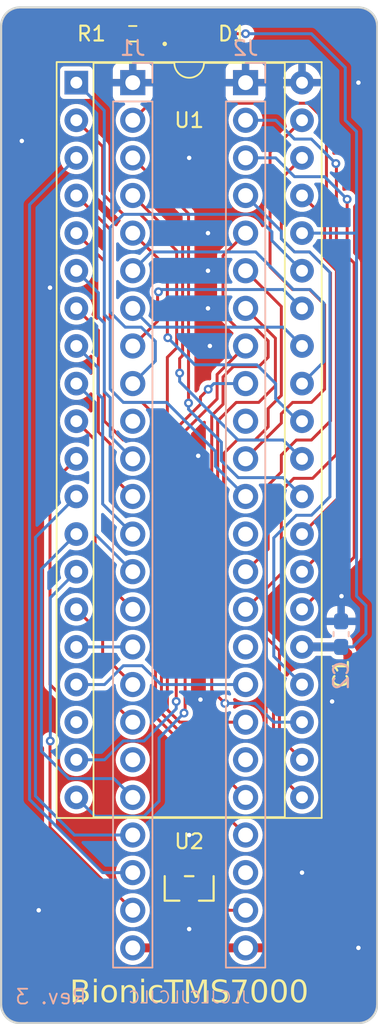
<source format=kicad_pcb>
(kicad_pcb (version 20240108) (generator "pcbnew") (generator_version "8.0")
  (title_block (title "BionicTMS7000") (date "2024-12-10") (rev "3") (company "Tadashi G. Takaoka"))
  (layers (0 "F.Cu" signal) (31 "B.Cu" signal) (34 "B.Paste" user) (35 "F.Paste" user) (36 "B.SilkS" user "B.Silkscreen") (37 "F.SilkS" user "F.Silkscreen") (38 "B.Mask" user) (39 "F.Mask" user) (44 "Edge.Cuts" user))
  (net 0 "")
  (net 1 "VCC")
  (net 2 "GND")
  (net 3 "Net-(D1-K)")
  (net 4 "/P10")
  (net 5 "/P11")
  (net 6 "/P12")
  (net 7 "/P13")
  (net 8 "/P14")
  (net 9 "/P15")
  (net 10 "/P16")
  (net 11 "/P17")
  (net 13 "/P30")
  (net 14 "/P31")
  (net 15 "/P32")
  (net 16 "/P33")
  (net 17 "/P34")
  (net 18 "/P35")
  (net 19 "/P36")
  (net 20 "/P37")
  (net 22 "/P50")
  (net 23 "/P51")
  (net 24 "/P52")
  (net 25 "/P53")
  (net 26 "Net-(J2-P57)")
  (net 28 "/P55")
  (net 29 "/P54")
  (net 31 "/P47")
  (net 32 "/P46")
  (net 34 "/P44")
  (net 35 "/P43")
  (net 37 "/P41")
  (net 38 "/P40")
  (net 40 "/P27")
  (net 41 "/P26")
  (net 42 "/P25")
  (net 43 "/P24")
  (net 44 "/P23")
  (net 45 "/P22")
  (net 46 "/P21")
  (net 47 "/P20")
  (footprint "Capacitor_SMD:C_0603_1608Metric_Pad1.08x0.95mm_HandSolder" (layer "F.Cu") (at 123.9616 112.3164 90)
    (property "Reference" "C1" (at -2.667 0 90) (layer "F.SilkS"))
    (property "Value" "0.1u")
    (fp_line (start -0.146267 -0.51) (end 0.146267 -0.51) (stroke (width 0.12)) (layer "F.SilkS"))
    (fp_line (start -0.146267 0.51) (end 0.146267 0.51) (stroke (width 0.12)) (layer "F.SilkS"))
    (pad "1" smd roundrect (at -0.8625 0 90) (size 1.075 0.95) (layers "F.Cu" "F.Paste" "F.Mask") (net 1 "VCC"))
    (pad "2" smd roundrect (at 0.8625 0 90) (size 1.075 0.95) (layers "F.Cu" "F.Paste" "F.Mask") (net 2 "GND"))
  )
  (footprint "0-LocalLibrary:DIP-40_W15.24mm_Socket" (layer "F.Cu") (at 106.08 75.08)
    (property "Reference" "U1" (at 7.62 2.54 0) (layer "F.SilkS"))
    (property "Value" "TMS7000")
    (fp_line (start -1.33 -1.39) (end -1.33 49.65) (stroke (width 0.12)) (layer "F.SilkS"))
    (fp_line (start -1.33 49.65) (end 16.57 49.65) (stroke (width 0.12)) (layer "F.SilkS"))
    (fp_line (start 1.16 -1.33) (end 1.16 49.59) (stroke (width 0.12)) (layer "F.SilkS"))
    (fp_line (start 1.16 49.59) (end 14.08 49.59) (stroke (width 0.12)) (layer "F.SilkS"))
    (fp_line (start 6.62 -1.33) (end 1.16 -1.33) (stroke (width 0.12)) (layer "F.SilkS"))
    (fp_line (start 14.08 -1.33) (end 8.62 -1.33) (stroke (width 0.12)) (layer "F.SilkS"))
    (fp_line (start 14.08 49.59) (end 14.08 -1.33) (stroke (width 0.12)) (layer "F.SilkS"))
    (fp_line (start 16.57 -1.39) (end -1.33 -1.39) (stroke (width 0.12)) (layer "F.SilkS"))
    (fp_line (start 16.57 49.65) (end 16.57 -1.39) (stroke (width 0.12)) (layer "F.SilkS"))
    (fp_arc (start 8.62 -1.33) (mid 7.62 -0.33) (end 6.62 -1.33) (stroke (width 0.12)) (layer "F.SilkS"))
    (pad "1" thru_hole rect (at 0 0) (size 1.6 1.6) (drill 0.8) (layers "*.Cu" "*.Mask") (net 37 "/P41"))
    (pad "2" thru_hole oval (at 0 2.54) (size 1.6 1.6) (drill 0.8) (layers "*.Cu" "*.Mask") (net 31 "/P47"))
    (pad "3" thru_hole oval (at 0 5.08) (size 1.6 1.6) (drill 0.8) (layers "*.Cu" "*.Mask") (net 24 "/P52"))
    (pad "4" thru_hole oval (at 0 7.62) (size 1.6 1.6) (drill 0.8) (layers "*.Cu" "*.Mask") (net 29 "/P54"))
    (pad "5" thru_hole oval (at 0 10.16) (size 1.6 1.6) (drill 0.8) (layers "*.Cu" "*.Mask") (net 28 "/P55"))
    (pad "6" thru_hole oval (at 0 12.7) (size 1.6 1.6) (drill 0.8) (layers "*.Cu" "*.Mask") (net 13 "/P30"))
    (pad "7" thru_hole oval (at 0 15.24) (size 1.6 1.6) (drill 0.8) (layers "*.Cu" "*.Mask") (net 14 "/P31"))
    (pad "8" thru_hole oval (at 0 17.78) (size 1.6 1.6) (drill 0.8) (layers "*.Cu" "*.Mask") (net 15 "/P32"))
    (pad "9" thru_hole oval (at 0 20.32) (size 1.6 1.6) (drill 0.8) (layers "*.Cu" "*.Mask") (net 16 "/P33"))
    (pad "10" thru_hole oval (at 0 22.86) (size 1.6 1.6) (drill 0.8) (layers "*.Cu" "*.Mask") (net 17 "/P34"))
    (pad "11" thru_hole oval (at 0 25.4) (size 1.6 1.6) (drill 0.8) (layers "*.Cu" "*.Mask") (net 20 "/P37"))
    (pad "12" thru_hole oval (at 0 27.94) (size 1.6 1.6) (drill 0.8) (layers "*.Cu" "*.Mask") (net 23 "/P51"))
    (pad "13" thru_hole oval (at 0 30.48) (size 1.6 1.6) (drill 0.8) (layers "*.Cu" "*.Mask") (net 22 "/P50"))
    (pad "14" thru_hole oval (at 0 33.02) (size 1.6 1.6) (drill 0.8) (layers "*.Cu" "*.Mask") (net 25 "/P53"))
    (pad "15" thru_hole oval (at 0 35.56) (size 1.6 1.6) (drill 0.8) (layers "*.Cu" "*.Mask") (net 19 "/P36"))
    (pad "16" thru_hole oval (at 0 38.1) (size 1.6 1.6) (drill 0.8) (layers "*.Cu" "*.Mask") (net 18 "/P35"))
    (pad "17" thru_hole oval (at 0 40.64) (size 1.6 1.6) (drill 0.8) (layers "*.Cu" "*.Mask") (net 32 "/P46"))
    (pad "18" thru_hole oval (at 0 43.18) (size 1.6 1.6) (drill 0.8) (layers "*.Cu" "*.Mask"))
    (pad "19" thru_hole oval (at 0 45.72) (size 1.6 1.6) (drill 0.8) (layers "*.Cu" "*.Mask") (net 40 "/P27"))
    (pad "20" thru_hole oval (at 0 48.26) (size 1.6 1.6) (drill 0.8) (layers "*.Cu" "*.Mask") (net 41 "/P26"))
    (pad "21" thru_hole oval (at 15.24 48.26) (size 1.6 1.6) (drill 0.8) (layers "*.Cu" "*.Mask") (net 42 "/P25"))
    (pad "22" thru_hole oval (at 15.24 45.72) (size 1.6 1.6) (drill 0.8) (layers "*.Cu" "*.Mask") (net 43 "/P24"))
    (pad "23" thru_hole oval (at 15.24 43.18) (size 1.6 1.6) (drill 0.8) (layers "*.Cu" "*.Mask") (net 44 "/P23"))
    (pad "24" thru_hole oval (at 15.24 40.64) (size 1.6 1.6) (drill 0.8) (layers "*.Cu" "*.Mask") (net 45 "/P22"))
    (pad "25" thru_hole oval (at 15.24 38.1) (size 1.6 1.6) (drill 0.8) (layers "*.Cu" "*.Mask") (net 1 "VCC"))
    (pad "26" thru_hole oval (at 15.24 35.56) (size 1.6 1.6) (drill 0.8) (layers "*.Cu" "*.Mask") (net 46 "/P21"))
    (pad "27" thru_hole oval (at 15.24 33.02) (size 1.6 1.6) (drill 0.8) (layers "*.Cu" "*.Mask") (net 47 "/P20"))
    (pad "28" thru_hole oval (at 15.24 30.48) (size 1.6 1.6) (drill 0.8) (layers "*.Cu" "*.Mask") (net 4 "/P10"))
    (pad "29" thru_hole oval (at 15.24 27.94) (size 1.6 1.6) (drill 0.8) (layers "*.Cu" "*.Mask") (net 5 "/P11"))
    (pad "30" thru_hole oval (at 15.24 25.4) (size 1.6 1.6) (drill 0.8) (layers "*.Cu" "*.Mask") (net 6 "/P12"))
    (pad "31" thru_hole oval (at 15.24 22.86) (size 1.6 1.6) (drill 0.8) (layers "*.Cu" "*.Mask") (net 7 "/P13"))
    (pad "32" thru_hole oval (at 15.24 20.32) (size 1.6 1.6) (drill 0.8) (layers "*.Cu" "*.Mask") (net 8 "/P14"))
    (pad "33" thru_hole oval (at 15.24 17.78) (size 1.6 1.6) (drill 0.8) (layers "*.Cu" "*.Mask") (net 9 "/P15"))
    (pad "34" thru_hole oval (at 15.24 15.24) (size 1.6 1.6) (drill 0.8) (layers "*.Cu" "*.Mask") (net 10 "/P16"))
    (pad "35" thru_hole oval (at 15.24 12.7) (size 1.6 1.6) (drill 0.8) (layers "*.Cu" "*.Mask") (net 11 "/P17"))
    (pad "36" thru_hole oval (at 15.24 10.16) (size 1.6 1.6) (drill 0.8) (layers "*.Cu" "*.Mask") (net 1 "VCC"))
    (pad "37" thru_hole oval (at 15.24 7.62) (size 1.6 1.6) (drill 0.8) (layers "*.Cu" "*.Mask") (net 34 "/P44"))
    (pad "38" thru_hole oval (at 15.24 5.08) (size 1.6 1.6) (drill 0.8) (layers "*.Cu" "*.Mask") (net 35 "/P43"))
    (pad "39" thru_hole oval (at 15.24 2.54) (size 1.6 1.6) (drill 0.8) (layers "*.Cu" "*.Mask") (net 38 "/P40"))
    (pad "40" thru_hole oval (at 15.24 0) (size 1.6 1.6) (drill 0.8) (layers "*.Cu" "*.Mask") (net 2 "GND"))
  )
  (footprint "0-LocalLibrary:LED_CSL1901UW1_ROM-M" (layer "F.Cu") (at 113.7 71.778)
    (property "Reference" "D1" (at 2.921 0 0) (layer "F.SilkS"))
    (property "Value" "CSL1901UW1")
    (fp_circle (center -1.651 0.6858) (end -1.5748 0.6858) (stroke (width 0.1524)) (fill none) (layer "F.SilkS"))
    (pad "1" smd rect (at -0.8763 0) (size 0.9652 0.762) (layers "F.Cu" "F.Paste" "F.Mask") (net 3 "Net-(D1-K)"))
    (pad "2" smd rect (at 0.8763 0) (size 0.9652 0.762) (layers "F.Cu" "F.Paste" "F.Mask") (net 1 "VCC"))
    (zone (net 0) (net_name "") (layer "F.Cu") (connect_pads (clearance 0)) (min_thickness 0.254)
      (keepout (tracks not_allowed) (vias not_allowed) (pads allowed) (copperpour not_allowed) (footprints allowed))
      (fill (thermal_gap 0.508) (thermal_bridge_width 0.508))
      (polygon (pts (xy 113.3571 71.4224) (xy 114.0429 71.4224) (xy 114.0429 72.1336) (xy 113.3571 72.1336)))
    )
  )
  (footprint "0-LocalLibrary:SOT-23_MC_MCH-M" (layer "F.Cu") (at 113.7 129.486 180)
    (property "Reference" "U2" (at 0 3.175 0) (layer "F.SilkS"))
    (property "Value" "11AA010-I/TT")
    (fp_line (start 1.652 0.827) (end 1.652 -0.827) (stroke (width 0.1524)) (layer "F.SilkS"))
    (fp_line (start 1.652 -0.827) (end 0.66294 -0.827) (stroke (width 0.1524)) (layer "F.SilkS"))
    (fp_line (start -0.287061 0.827) (end 0.287061 0.827) (stroke (width 0.1524)) (layer "F.SilkS"))
    (fp_line (start -0.66294 -0.827) (end -1.652 -0.827) (stroke (width 0.1524)) (layer "F.SilkS"))
    (fp_line (start -1.652 -0.827) (end -1.652 0.827) (stroke (width 0.1524)) (layer "F.SilkS"))
    (pad "1" smd rect (at -0.950001 1.066 180) (size 0.6604 1.6256) (layers "F.Cu" "F.Paste" "F.Mask") (net 26 "Net-(J2-P57)"))
    (pad "2" smd rect (at 0.950001 1.066 180) (size 0.6604 1.6256) (layers "F.Cu" "F.Paste" "F.Mask") (net 1 "VCC"))
    (pad "3" smd rect (at 0 -1.066 180) (size 0.6604 1.6256) (layers "F.Cu" "F.Paste" "F.Mask") (net 2 "GND"))
  )
  (footprint "Resistor_SMD:R_0603_1608Metric_Pad0.98x0.95mm_HandSolder" (layer "F.Cu") (at 109.89 71.778 180)
    (property "Reference" "R1" (at 2.794 0 0) (layer "F.SilkS"))
    (property "Value" "1.6k")
    (fp_line (start -0.254724 0.5225) (end 0.254724 0.5225) (stroke (width 0.12)) (layer "F.SilkS"))
    (fp_line (start -0.254724 -0.5225) (end 0.254724 -0.5225) (stroke (width 0.12)) (layer "F.SilkS"))
    (pad "1" smd roundrect (at -0.9125 0 180) (size 0.975 0.95) (layers "F.Cu" "F.Paste" "F.Mask") (net 3 "Net-(D1-K)"))
    (pad "2" smd roundrect (at 0.9125 0 180) (size 0.975 0.95) (layers "F.Cu" "F.Paste" "F.Mask") (net 2 "GND"))
  )
  (footprint "Capacitor_SMD:C_0603_1608Metric_Pad1.08x0.95mm_HandSolder" (layer "B.Cu") (at 123.9616 112.3164 90)
    (property "Reference" "C2" (at -2.794 0 90) (layer "B.SilkS") (effects (justify mirror)))
    (property "Value" "22u")
    (fp_line (start 0.146267 -0.51) (end -0.146267 -0.51) (stroke (width 0.12)) (layer "B.SilkS"))
    (fp_line (start 0.146267 0.51) (end -0.146267 0.51) (stroke (width 0.12)) (layer "B.SilkS"))
    (pad "1" smd roundrect (at -0.8625 0 90) (size 1.075 0.95) (layers "B.Cu" "B.Paste" "B.Mask") (net 1 "VCC"))
    (pad "2" smd roundrect (at 0.8625 0 90) (size 1.075 0.95) (layers "B.Cu" "B.Paste" "B.Mask") (net 2 "GND"))
  )
  (footprint "0-LocalLibrary:Bionic-P245_Vertical" (layer "B.Cu") (at 117.51 75.08 180)
    (property "Reference" "J2" (at 0 2.33 0) (layer "B.SilkS") (effects (justify mirror)))
    (property "Value" "Bionic-P245")
    (fp_line (start 1.33 -1.27) (end -1.33 -1.27) (stroke (width 0.12)) (layer "B.SilkS"))
    (fp_line (start 1.33 -59.75) (end 1.33 -1.27) (stroke (width 0.12)) (layer "B.SilkS"))
    (fp_line (start 1.33 -59.75) (end -1.33 -59.75) (stroke (width 0.12)) (layer "B.SilkS"))
    (fp_line (start 0 1.33) (end -1.33 1.33) (stroke (width 0.12)) (layer "B.SilkS"))
    (fp_line (start -1.33 1.33) (end -1.33 0) (stroke (width 0.12)) (layer "B.SilkS"))
    (fp_line (start -1.33 -59.75) (end -1.33 -1.27) (stroke (width 0.12)) (layer "B.SilkS"))
    (pad "25" thru_hole oval (at 0 -58.42 180) (size 1.7 1.7) (drill 1) (layers "*.Cu" "*.Mask") (net 1 "VCC"))
    (pad "26" thru_hole oval (at 0 -55.88 180) (size 1.7 1.7) (drill 1) (layers "*.Cu" "*.Mask") (net 26 "Net-(J2-P57)"))
    (pad "27" thru_hole oval (at 0 -53.34 180) (size 1.7 1.7) (drill 1) (layers "*.Cu" "*.Mask"))
    (pad "28" thru_hole oval (at 0 -50.8 180) (size 1.7 1.7) (drill 1) (layers "*.Cu" "*.Mask") (net 28 "/P55"))
    (pad "29" thru_hole oval (at 0 -48.26 180) (size 1.7 1.7) (drill 1) (layers "*.Cu" "*.Mask") (net 29 "/P54"))
    (pad "30" thru_hole oval (at 0 -45.72 180) (size 1.7 1.7) (drill 1) (layers "*.Cu" "*.Mask"))
    (pad "31" thru_hole oval (at 0 -43.18 180) (size 1.7 1.7) (drill 1) (layers "*.Cu" "*.Mask") (net 31 "/P47"))
    (pad "32" thru_hole oval (at 0 -40.64 180) (size 1.7 1.7) (drill 1) (layers "*.Cu" "*.Mask") (net 32 "/P46"))
    (pad "33" thru_hole oval (at 0 -38.1 180) (size 1.7 1.7) (drill 1) (layers "*.Cu" "*.Mask"))
    (pad "34" thru_hole oval (at 0 -35.56 180) (size 1.7 1.7) (drill 1) (layers "*.Cu" "*.Mask") (net 34 "/P44"))
    (pad "35" thru_hole oval (at 0 -33.02 180) (size 1.7 1.7) (drill 1) (layers "*.Cu" "*.Mask") (net 35 "/P43"))
    (pad "36" thru_hole oval (at 0 -30.48 180) (size 1.7 1.7) (drill 1) (layers "*.Cu" "*.Mask"))
    (pad "37" thru_hole oval (at 0 -27.94 180) (size 1.7 1.7) (drill 1) (layers "*.Cu" "*.Mask") (net 37 "/P41"))
    (pad "38" thru_hole oval (at 0 -25.4 180) (size 1.7 1.7) (drill 1) (layers "*.Cu" "*.Mask") (net 38 "/P40"))
    (pad "39" thru_hole oval (at 0 -22.86 180) (size 1.7 1.7) (drill 1) (layers "*.Cu" "*.Mask"))
    (pad "40" thru_hole oval (at 0 -20.32 180) (size 1.7 1.7) (drill 1) (layers "*.Cu" "*.Mask") (net 40 "/P27"))
    (pad "41" thru_hole oval (at 0 -17.78 180) (size 1.7 1.7) (drill 1) (layers "*.Cu" "*.Mask") (net 41 "/P26"))
    (pad "42" thru_hole oval (at 0 -15.24 180) (size 1.7 1.7) (drill 1) (layers "*.Cu" "*.Mask") (net 42 "/P25"))
    (pad "43" thru_hole oval (at 0 -12.7 180) (size 1.7 1.7) (drill 1) (layers "*.Cu" "*.Mask") (net 43 "/P24"))
    (pad "44" thru_hole oval (at 0 -10.16 180) (size 1.7 1.7) (drill 1) (layers "*.Cu" "*.Mask") (net 44 "/P23"))
    (pad "45" thru_hole oval (at 0 -7.62 180) (size 1.7 1.7) (drill 1) (layers "*.Cu" "*.Mask") (net 45 "/P22"))
    (pad "46" thru_hole oval (at 0 -5.08 180) (size 1.7 1.7) (drill 1) (layers "*.Cu" "*.Mask") (net 46 "/P21"))
    (pad "47" thru_hole oval (at 0 -2.54 180) (size 1.7 1.7) (drill 1) (layers "*.Cu" "*.Mask") (net 47 "/P20"))
    (pad "48" thru_hole rect (at 0 0 180) (size 1.7 1.7) (drill 1) (layers "*.Cu" "*.Mask") (net 2 "GND"))
  )
  (footprint "0-LocalLibrary:Bionic-P135_Vertical" (layer "B.Cu") (at 109.89 75.08 180)
    (property "Reference" "J1" (at 0 2.33 0) (layer "B.SilkS") (effects (justify mirror)))
    (property "Value" "Bionic-P135")
    (fp_line (start 1.33 -1.27) (end -1.33 -1.27) (stroke (width 0.12)) (layer "B.SilkS"))
    (fp_line (start 1.33 -59.75) (end 1.33 -1.27) (stroke (width 0.12)) (layer "B.SilkS"))
    (fp_line (start 1.33 -59.75) (end -1.33 -59.75) (stroke (width 0.12)) (layer "B.SilkS"))
    (fp_line (start 0 1.33) (end -1.33 1.33) (stroke (width 0.12)) (layer "B.SilkS"))
    (fp_line (start -1.33 1.33) (end -1.33 0) (stroke (width 0.12)) (layer "B.SilkS"))
    (fp_line (start -1.33 -59.75) (end -1.33 -1.27) (stroke (width 0.12)) (layer "B.SilkS"))
    (pad "1" thru_hole rect (at 0 0 180) (size 1.7 1.7) (drill 1) (layers "*.Cu" "*.Mask") (net 2 "GND"))
    (pad "2" thru_hole oval (at 0 -2.54 180) (size 1.7 1.7) (drill 1) (layers "*.Cu" "*.Mask") (net 4 "/P10"))
    (pad "3" thru_hole oval (at 0 -5.08 180) (size 1.7 1.7) (drill 1) (layers "*.Cu" "*.Mask") (net 5 "/P11"))
    (pad "4" thru_hole oval (at 0 -7.62 180) (size 1.7 1.7) (drill 1) (layers "*.Cu" "*.Mask") (net 6 "/P12"))
    (pad "5" thru_hole oval (at 0 -10.16 180) (size 1.7 1.7) (drill 1) (layers "*.Cu" "*.Mask") (net 7 "/P13"))
    (pad "6" thru_hole oval (at 0 -12.7 180) (size 1.7 1.7) (drill 1) (layers "*.Cu" "*.Mask") (net 8 "/P14"))
    (pad "7" thru_hole oval (at 0 -15.24 180) (size 1.7 1.7) (drill 1) (layers "*.Cu" "*.Mask") (net 9 "/P15"))
    (pad "8" thru_hole oval (at 0 -17.78 180) (size 1.7 1.7) (drill 1) (layers "*.Cu" "*.Mask") (net 10 "/P16"))
    (pad "9" thru_hole oval (at 0 -20.32 180) (size 1.7 1.7) (drill 1) (layers "*.Cu" "*.Mask") (net 11 "/P17"))
    (pad "10" thru_hole oval (at 0 -22.86 180) (size 1.7 1.7) (drill 1) (layers "*.Cu" "*.Mask"))
    (pad "11" thru_hole oval (at 0 -25.4 180) (size 1.7 1.7) (drill 1) (layers "*.Cu" "*.Mask") (net 13 "/P30"))
    (pad "12" thru_hole oval (at 0 -27.94 180) (size 1.7 1.7) (drill 1) (layers "*.Cu" "*.Mask") (net 14 "/P31"))
    (pad "13" thru_hole oval (at 0 -30.48 180) (size 1.7 1.7) (drill 1) (layers "*.Cu" "*.Mask") (net 15 "/P32"))
    (pad "14" thru_hole oval (at 0 -33.02 180) (size 1.7 1.7) (drill 1) (layers "*.Cu" "*.Mask") (net 16 "/P33"))
    (pad "15" thru_hole oval (at 0 -35.56 180) (size 1.7 1.7) (drill 1) (layers "*.Cu" "*.Mask") (net 17 "/P34"))
    (pad "16" thru_hole oval (at 0 -38.1 180) (size 1.7 1.7) (drill 1) (layers "*.Cu" "*.Mask") (net 18 "/P35"))
    (pad "17" thru_hole oval (at 0 -40.64 180) (size 1.7 1.7) (drill 1) (layers "*.Cu" "*.Mask") (net 19 "/P36"))
    (pad "18" thru_hole oval (at 0 -43.18 180) (size 1.7 1.7) (drill 1) (layers "*.Cu" "*.Mask") (net 20 "/P37"))
    (pad "19" thru_hole oval (at 0 -45.72 180) (size 1.7 1.7) (drill 1) (layers "*.Cu" "*.Mask"))
    (pad "20" thru_hole oval (at 0 -48.26 180) (size 1.7 1.7) (drill 1) (layers "*.Cu" "*.Mask") (net 22 "/P50"))
    (pad "21" thru_hole oval (at 0 -50.8 180) (size 1.7 1.7) (drill 1) (layers "*.Cu" "*.Mask") (net 23 "/P51"))
    (pad "22" thru_hole oval (at 0 -53.34 180) (size 1.7 1.7) (drill 1) (layers "*.Cu" "*.Mask") (net 24 "/P52"))
    (pad "23" thru_hole oval (at 0 -55.88 180) (size 1.7 1.7) (drill 1) (layers "*.Cu" "*.Mask") (net 25 "/P53"))
    (pad "24" thru_hole oval (at 0 -58.42 180) (size 1.7 1.7) (drill 1) (layers "*.Cu" "*.Mask") (net 1 "VCC"))
  )
  (gr_arc (start 125.13 70) (mid 126.028026 70.371974) (end 126.4 71.27) (stroke (width 0.15)) (layer "Edge.Cuts"))
  (gr_arc (start 102.27 138.58) (mid 101.371974 138.208026) (end 101 137.31) (stroke (width 0.15)) (layer "Edge.Cuts"))
  (gr_line (start 125.13 70) (end 102.27 70) (stroke (width 0.15)) (layer "Edge.Cuts"))
  (gr_arc (start 126.4 137.31) (mid 126.028026 138.208026) (end 125.13 138.58) (stroke (width 0.15)) (layer "Edge.Cuts"))
  (gr_arc (start 101 71.27) (mid 101.371974 70.371974) (end 102.27 70) (stroke (width 0.15)) (layer "Edge.Cuts"))
  (gr_line (start 102.27 138.58) (end 125.13 138.58) (stroke (width 0.15)) (layer "Edge.Cuts"))
  (gr_line (start 101 71.27) (end 101 137.31) (stroke (width 0.15)) (layer "Edge.Cuts"))
  (gr_line (start 126.4 137.31) (end 126.4 71.27) (stroke (width 0.15)) (layer "Edge.Cuts"))
  (gr_text "JLCJLCJLCJLC" (at 113.7 137.31 0) (layer "B.SilkS") (effects (font (size 0.8 0.8)) (justify bottom mirror)))
  (gr_text "Rev. 3" (at 106.842 136.802 0) (layer "B.SilkS") (effects (font (size 1 1)) (justify left mirror)))
  (gr_text "BionicTMS7000" (at 113.7 136.548 0) (layer "F.SilkS") (effects (font (size 1.5 1.5))))
  (segment (start 124.4188 129.7662) (end 120.685 133.5) (width 0.6) (layer "F.Cu") (net 1))
  (segment (start 117.51 71.778) (end 114.5763 71.778) (width 0.2) (layer "F.Cu") (net 1))
  (segment (start 112.749999 133.434001) (end 112.684 133.5) (width 0.2) (layer "F.Cu") (net 1))
  (segment (start 121.32 113.18) (end 123.9605 113.18) (width 0.6) (layer "F.Cu") (net 1))
  (segment (start 120.685 133.5) (end 117.51 133.5) (width 0.6) (layer "F.Cu") (net 1))
  (segment (start 109.89 133.5) (end 112.684 133.5) (width 0.6) (layer "F.Cu") (net 1))
  (segment (start 112.749999 128.42) (end 112.749999 133.434001) (width 0.2) (layer "F.Cu") (net 1))
  (segment (start 124.4188 113.6361) (end 124.4188 129.7662) (width 0.6) (layer "F.Cu") (net 1))
  (segment (start 112.684 133.5) (end 117.51 133.5) (width 0.6) (layer "F.Cu") (net 1))
  (segment (start 123.9616 113.1789) (end 124.4188 113.6361) (width 0.6) (layer "F.Cu") (net 1))
  (segment (start 123.7065 113.18) (end 123.86 113.0265) (width 0.2) (layer "F.Cu") (net 1))
  (segment (start 123.9605 113.18) (end 123.9616 113.1789) (width 0.8) (layer "F.Cu") (net 1))
  (via (at 117.51 71.778) (size 0.6) (drill 0.3) (layers "F.Cu" "B.Cu") (net 1))
  (segment (start 124.7501 113.1789) (end 123.9616 113.1789) (width 0.2) (layer "B.Cu") (net 1))
  (segment (start 125.003 85.24) (end 125.003 109.751) (width 0.2) (layer "B.Cu") (net 1))
  (segment (start 124.241 77.62) (end 124.241 74.064) (width 0.2) (layer "B.Cu") (net 1))
  (segment (start 125.003 85.24) (end 121.32 85.24) (width 0.2) (layer "B.Cu") (net 1))
  (segment (start 125.003 78.382) (end 124.241 77.62) (width 0.2) (layer "B.Cu") (net 1))
  (segment (start 124.241 74.064) (end 121.955 71.778) (width 0.2) (layer "B.Cu") (net 1))
  (segment (start 121.3211 113.1789) (end 121.32 113.18) (width 0.8) (layer "B.Cu") (net 1))
  (segment (start 125.003 85.24) (end 125.003 78.382) (width 0.2) (layer "B.Cu") (net 1))
  (segment (start 121.955 71.778) (end 117.51 71.778) (width 0.2) (layer "B.Cu") (net 1))
  (segment (start 125.638 112.291) (end 124.7501 113.1789) (width 0.2) (layer "B.Cu") (net 1))
  (segment (start 125.003 109.751) (end 125.638 110.386) (width 0.2) (layer "B.Cu") (net 1))
  (segment (start 123.9616 113.1789) (end 121.3211 113.1789) (width 0.6) (layer "B.Cu") (net 1))
  (segment (start 125.638 110.386) (end 125.638 112.291) (width 0.2) (layer "B.Cu") (net 1))
  (via (at 125.13 133.5) (size 0.6) (drill 0.3) (layers "F.Cu" "B.Cu") (net 2))
  (via (at 114.3096 100.2768) (size 0.6) (drill 0.3) (layers "F.Cu" "B.Cu") (net 2))
  (via (at 102.397 79.017) (size 0.6) (drill 0.3) (layers "F.Cu" "B.Cu") (net 2))
  (via (at 114.97 90.32) (size 0.6) (drill 0.3) (layers "F.Cu" "B.Cu") (net 2))
  (via (at 114.97 87.78) (size 0.6) (drill 0.3) (layers "F.Cu" "B.Cu") (net 2))
  (via (at 114.462 116.736) (size 0.6) (drill 0.3) (layers "F.Cu" "B.Cu") (net 2))
  (via (at 123.987 109.751) (size 0.6) (drill 0.3) (layers "F.Cu" "B.Cu") (net 2))
  (via (at 125.13 75.08) (size 0.6) (drill 0.3) (layers "F.Cu" "B.Cu") (net 2))
  (via (at 113.7 132.23) (size 0.6) (drill 0.3) (layers "F.Cu" "B.Cu") (net 2))
  (via (at 115.097 92.86) (size 0.6) (drill 0.3) (layers "F.Cu" "B.Cu") (net 2))
  (via (at 113.7 80.16) (size 0.6) (drill 0.3) (layers "F.Cu" "B.Cu") (net 2))
  (via (at 121.32 128.42) (size 0.6) (drill 0.3) (layers "F.Cu" "B.Cu") (net 2))
  (via (at 113.7 125.88) (size 0.6) (drill 0.3) (layers "F.Cu" "B.Cu") (net 2))
  (via (at 104.302 88.923) (size 0.6) (drill 0.3) (layers "F.Cu" "B.Cu") (net 2))
  (via (at 103.54 130.96) (size 0.6) (drill 0.3) (layers "F.Cu" "B.Cu") (net 2))
  (via (at 114.97 85.24) (size 0.6) (drill 0.3) (layers "F.Cu" "B.Cu") (net 2))
  (via (at 123.352 116.863) (size 0.6) (drill 0.3) (layers "F.Cu" "B.Cu") (net 2))
  (segment (start 112.8237 71.778) (end 110.8025 71.778) (width 0.2) (layer "F.Cu") (net 3))
  (segment (start 109.89 77.62) (end 111.04 76.47) (width 0.2) (layer "F.Cu") (net 4))
  (segment (start 124.044 87.59463) (end 124.044 102.836) (width 0.2) (layer "F.Cu") (net 4))
  (segment (start 122.971 83.785314) (end 123.244 84.058315) (width 0.2) (layer "F.Cu") (net 4))
  (segment (start 111.04 76.47) (end 121.725635 76.47) (width 0.2) (layer "F.Cu") (net 4))
  (segment (start 122.971 77.715365) (end 122.971 83.785314) (width 0.2) (layer "F.Cu") (net 4))
  (segment (start 124.044 102.836) (end 121.32 105.56) (width 0.2) (layer "F.Cu") (net 4))
  (segment (start 123.244 86.794628) (end 124.044 87.59463) (width 0.2) (layer "F.Cu") (net 4))
  (segment (start 121.725635 76.47) (end 122.971 77.715365) (width 0.2) (layer "F.Cu") (net 4))
  (segment (start 123.244 84.058315) (end 123.244 86.794628) (width 0.2) (layer "F.Cu") (net 4))
  (segment (start 113.656735 83.926735) (end 109.89 80.16) (width 0.2) (layer "F.Cu") (net 5))
  (segment (start 113.656735 96.713265) (end 113.656735 83.926735) (width 0.2) (layer "F.Cu") (net 5))
  (via (at 113.656735 96.713265) (size 0.6) (drill 0.3) (layers "F.Cu" "B.Cu") (net 5))
  (segment (start 113.656735 97.134735) (end 115.878 99.356) (width 0.2) (layer "B.Cu") (net 5))
  (segment (start 120.05 101.75) (end 121.32 103.02) (width 0.2) (layer "B.Cu") (net 5))
  (segment (start 115.878 100.613673) (end 117.014327 101.75) (width 0.2) (layer "B.Cu") (net 5))
  (segment (start 115.878 99.356) (end 115.878 100.613673) (width 0.2) (layer "B.Cu") (net 5))
  (segment (start 117.014327 101.75) (end 120.05 101.75) (width 0.2) (layer "B.Cu") (net 5))
  (segment (start 113.656735 96.713265) (end 113.656735 97.134735) (width 0.2) (layer "B.Cu") (net 5))
  (segment (start 113.056735 94.6888) (end 113.056735 93.706465) (width 0.2) (layer "F.Cu") (net 6))
  (segment (start 113.256735 93.506465) (end 113.256735 86.066735) (width 0.2) (layer "F.Cu") (net 6))
  (segment (start 113.056735 93.706465) (end 113.256735 93.506465) (width 0.2) (layer "F.Cu") (net 6))
  (segment (start 113.256735 86.066735) (end 109.89 82.7) (width 0.2) (layer "F.Cu") (net 6))
  (via (at 113.056735 94.6888) (size 0.6) (drill 0.3) (layers "F.Cu" "B.Cu") (net 6))
  (segment (start 117.002 99.21) (end 120.05 99.21) (width 0.2) (layer "B.Cu") (net 6))
  (segment (start 113.056735 94.6888) (end 113.056735 95.264735) (width 0.2) (layer "B.Cu") (net 6))
  (segment (start 113.056735 95.264735) (end 117.002 99.21) (width 0.2) (layer "B.Cu") (net 6))
  (segment (start 120.05 99.21) (end 121.32 100.48) (width 0.2) (layer "B.Cu") (net 6))
  (segment (start 112.2268 87.5768) (end 109.89 85.24) (width 0.2) (layer "F.Cu") (net 7))
  (segment (start 112.2268 92.271265) (end 112.2268 87.5768) (width 0.2) (layer "F.Cu") (net 7))
  (segment (start 112.256735 92.3012) (end 112.2268 92.271265) (width 0.2) (layer "F.Cu") (net 7))
  (via (at 112.256735 92.3012) (size 0.6) (drill 0.3) (layers "F.Cu" "B.Cu") (net 7))
  (segment (start 119.542 95.4) (end 119.542 96.416) (width 0.2) (layer "B.Cu") (net 7))
  (segment (start 118.272 94.13) (end 119.542 95.4) (width 0.2) (layer "B.Cu") (net 7))
  (segment (start 121.066 97.94) (end 121.32 97.94) (width 0.2) (layer "B.Cu") (net 7))
  (segment (start 119.542 96.416) (end 121.066 97.94) (width 0.2) (layer "B.Cu") (net 7))
  (segment (start 112.256735 92.3012) (end 114.085535 94.13) (width 0.2) (layer "B.Cu") (net 7))
  (segment (start 114.085535 94.13) (end 118.272 94.13) (width 0.2) (layer "B.Cu") (net 7))
  (segment (start 118.196173 86.51) (end 120.736173 89.05) (width 0.2) (layer "B.Cu") (net 8))
  (segment (start 111.16 86.51) (end 118.196173 86.51) (width 0.2) (layer "B.Cu") (net 8))
  (segment (start 122.806 93.914) (end 121.32 95.4) (width 0.2) (layer "B.Cu") (net 8))
  (segment (start 121.87045 89.05) (end 122.806 89.98555) (width 0.2) (layer "B.Cu") (net 8))
  (segment (start 122.806 89.98555) (end 122.806 93.914) (width 0.2) (layer "B.Cu") (net 8))
  (segment (start 109.89 87.78) (end 111.16 86.51) (width 0.2) (layer "B.Cu") (net 8))
  (segment (start 120.736173 89.05) (end 121.87045 89.05) (width 0.2) (layer "B.Cu") (net 8))
  (segment (start 109.89 90.32) (end 109.89 90.3595) (width 0.2) (layer "B.Cu") (net 9))
  (segment (start 109.89 90.3595) (end 111.1205 91.59) (width 0.2) (layer "B.Cu") (net 9))
  (segment (start 120.05 91.59) (end 121.32 92.86) (width 0.2) (layer "B.Cu") (net 9))
  (segment (start 111.1205 91.59) (end 120.05 91.59) (width 0.2) (layer "B.Cu") (net 9))
  (segment (start 111.5664 89.2628) (end 111.5664 91.1836) (width 0.2) (layer "F.Cu") (net 10))
  (segment (start 111.6268 89.2024) (end 111.5664 89.2628) (width 0.2) (layer "F.Cu") (net 10))
  (segment (start 111.5664 91.1836) (end 109.89 92.86) (width 0.2) (layer "F.Cu") (net 10))
  (via (at 111.6268 89.2024) (size 0.6) (drill 0.3) (layers "F.Cu" "B.Cu") (net 10))
  (segment (start 111.7792 89.05) (end 120.05 89.05) (width 0.2) (layer "B.Cu") (net 10))
  (segment (start 120.05 89.05) (end 121.32 90.32) (width 0.2) (layer "B.Cu") (net 10))
  (segment (start 111.6268 89.2024) (end 111.7792 89.05) (width 0.2) (layer "B.Cu") (net 10))
  (segment (start 108.366 90.574) (end 109.382 91.59) (width 0.2) (layer "B.Cu") (net 11))
  (segment (start 119.288 85.16075) (end 118.09725 83.97) (width 0.2) (layer "B.Cu") (net 11))
  (segment (start 109.382 91.59) (end 110.4615 91.59) (width 0.2) (layer "B.Cu") (net 11))
  (segment (start 108.366 84.859) (end 108.366 90.574) (width 0.2) (layer "B.Cu") (net 11))
  (segment (start 121.32 87.78) (end 119.288 85.748) (width 0.2) (layer "B.Cu") (net 11))
  (segment (start 111.414 92.5425) (end 111.414 93.876) (width 0.2) (layer "B.Cu") (net 11))
  (segment (start 118.09725 83.97) (end 109.255 83.97) (width 0.2) (layer "B.Cu") (net 11))
  (segment (start 119.288 85.748) (end 119.288 85.16075) (width 0.2) (layer "B.Cu") (net 11))
  (segment (start 110.4615 91.59) (end 111.414 92.5425) (width 0.2) (layer "B.Cu") (net 11))
  (segment (start 109.255 83.97) (end 108.366 84.859) (width 0.2) (layer "B.Cu") (net 11))
  (segment (start 111.414 93.876) (end 109.89 95.4) (width 0.2) (layer "B.Cu") (net 11))
  (segment (start 107.566 90.905372) (end 107.966 91.305372) (width 0.2) (layer "B.Cu") (net 13))
  (segment (start 108.366 96.346686) (end 108.366 98.956) (width 0.2) (layer "B.Cu") (net 13))
  (segment (start 107.966 91.305372) (end 107.966 95.946686) (width 0.2) (layer "B.Cu") (net 13))
  (segment (start 106.08 87.78) (end 107.566 89.266) (width 0.2) (layer "B.Cu") (net 13))
  (segment (start 107.566 89.266) (end 107.566 90.905372) (width 0.2) (layer "B.Cu") (net 13))
  (segment (start 108.366 98.956) (end 109.89 100.48) (width 0.2) (layer "B.Cu") (net 13))
  (segment (start 107.966 95.946686) (end 108.366 96.346686) (width 0.2) (layer "B.Cu") (net 13))
  (segment (start 107.566 91.806) (end 107.566 98.664) (width 0.2) (layer "F.Cu") (net 14))
  (segment (start 108.366 99.464) (end 108.366 101.496) (width 0.2) (layer "F.Cu") (net 14))
  (segment (start 107.566 98.664) (end 108.366 99.464) (width 0.2) (layer "F.Cu") (net 14))
  (segment (start 106.08 90.32) (end 107.566 91.806) (width 0.2) (layer "F.Cu") (net 14))
  (segment (start 108.366 101.496) (end 109.89 103.02) (width 0.2) (layer "F.Cu") (net 14))
  (segment (start 107.858 96.404372) (end 107.858 103.528) (width 0.2) (layer "B.Cu") (net 15))
  (segment (start 107.5405 96.086872) (end 107.858 96.404372) (width 0.2) (layer "B.Cu") (net 15))
  (segment (start 107.5405 94.3205) (end 107.5405 96.086872) (width 0.2) (layer "B.Cu") (net 15))
  (segment (start 106.08 92.86) (end 107.5405 94.3205) (width 0.2) (layer "B.Cu") (net 15))
  (segment (start 107.858 103.528) (end 109.89 105.56) (width 0.2) (layer "B.Cu") (net 15))
  (segment (start 107.35 105.56) (end 109.89 108.1) (width 0.2) (layer "B.Cu") (net 16))
  (segment (start 107.35 96.67) (end 107.35 105.56) (width 0.2) (layer "B.Cu") (net 16))
  (segment (start 106.08 95.4) (end 107.35 96.67) (width 0.2) (layer "B.Cu") (net 16))
  (segment (start 107.35 108.1) (end 109.89 110.64) (width 0.2) (layer "F.Cu") (net 17))
  (segment (start 107.35 99.21) (end 107.35 108.1) (width 0.2) (layer "F.Cu") (net 17))
  (segment (start 106.08 97.94) (end 107.35 99.21) (width 0.2) (layer "F.Cu") (net 17))
  (segment (start 109.89 113.18) (end 106.08 113.18) (width 0.2) (layer "B.Cu") (net 18))
  (segment (start 106.08 110.64) (end 107.858 112.418) (width 0.2) (layer "F.Cu") (net 19))
  (segment (start 107.858 112.418) (end 107.858 113.688) (width 0.2) (layer "F.Cu") (net 19))
  (segment (start 107.858 113.688) (end 109.89 115.72) (width 0.2) (layer "F.Cu") (net 19))
  (segment (start 105.572 116.99) (end 104.302 115.72) (width 0.2) (layer "F.Cu") (net 20))
  (segment (start 104.302 102.258) (end 106.08 100.48) (width 0.2) (layer "F.Cu") (net 20))
  (segment (start 104.302 115.72) (end 104.302 102.258) (width 0.2) (layer "F.Cu") (net 20))
  (segment (start 109.89 118.26) (end 108.62 116.99) (width 0.2) (layer "F.Cu") (net 20))
  (segment (start 108.62 116.99) (end 105.572 116.99) (width 0.2) (layer "F.Cu") (net 20))
  (segment (start 103.721 120.219) (end 105.572 122.07) (width 0.2) (layer "B.Cu") (net 22))
  (segment (start 106.08 105.56) (end 103.721 107.919) (width 0.2) (layer "B.Cu") (net 22))
  (segment (start 108.62 122.07) (end 109.89 123.34) (width 0.2) (layer "B.Cu") (net 22))
  (segment (start 105.572 122.07) (end 108.62 122.07) (width 0.2) (layer "B.Cu") (net 22))
  (segment (start 103.721 107.919) (end 103.721 120.219) (width 0.2) (layer "B.Cu") (net 22))
  (segment (start 109.89 125.88) (end 105.953 125.88) (width 0.2) (layer "B.Cu") (net 23))
  (segment (start 103.321 123.248) (end 103.321 105.779) (width 0.2) (layer "B.Cu") (net 23))
  (segment (start 103.321 105.779) (end 106.08 103.02) (width 0.2) (layer "B.Cu") (net 23))
  (segment (start 105.953 125.88) (end 103.321 123.248) (width 0.2) (layer "B.Cu") (net 23))
  (segment (start 107.858 128.42) (end 102.921 123.483) (width 0.2) (layer "B.Cu") (net 24))
  (segment (start 109.89 128.42) (end 107.858 128.42) (width 0.2) (layer "B.Cu") (net 24))
  (segment (start 102.921 123.483) (end 102.921 83.319) (width 0.2) (layer "B.Cu") (net 24))
  (segment (start 102.921 83.319) (end 106.08 80.16) (width 0.2) (layer "B.Cu") (net 24))
  (segment (start 104.302 119.549) (end 104.302 125.372) (width 0.2) (layer "F.Cu") (net 25))
  (segment (start 104.302 125.372) (end 109.89 130.96) (width 0.2) (layer "F.Cu") (net 25))
  (segment (start 104.321 119.53) (end 104.302 119.549) (width 0.2) (layer "F.Cu") (net 25))
  (via (at 104.321 119.53) (size 0.6) (drill 0.3) (layers "F.Cu" "B.Cu") (net 25))
  (segment (start 104.321 109.859) (end 106.08 108.1) (width 0.2) (layer "B.Cu") (net 25))
  (segment (start 104.321 119.53) (end 104.321 109.859) (width 0.2) (layer "B.Cu") (net 25))
  (segment (start 116.367 130.96) (end 117.51 130.96) (width 0.2) (layer "F.Cu") (net 26))
  (segment (start 114.650001 129.243001) (end 116.367 130.96) (width 0.2) (layer "F.Cu") (net 26))
  (segment (start 114.650001 128.42) (end 114.650001 129.243001) (width 0.2) (layer "F.Cu") (net 26))
  (segment (start 110.579 99.21) (end 111.4255 100.0565) (width 0.2) (layer "F.Cu") (net 28))
  (segment (start 107.966 97.921) (end 109.255 99.21) (width 0.2) (layer "F.Cu") (net 28))
  (segment (start 106.08 85.24) (end 107.966 87.126) (width 0.2) (layer "F.Cu") (net 28))
  (segment (start 111.4255 100.0565) (end 111.4255 117.8905) (width 0.2) (layer "F.Cu") (net 28))
  (segment (start 109.255 99.21) (end 110.579 99.21) (width 0.2) (layer "F.Cu") (net 28))
  (segment (start 111.4255 117.8905) (end 115.986 122.451) (width 0.2) (layer "F.Cu") (net 28))
  (segment (start 115.986 124.356) (end 117.51 125.88) (width 0.2) (layer "F.Cu") (net 28))
  (segment (start 107.966 87.126) (end 107.966 97.921) (width 0.2) (layer "F.Cu") (net 28))
  (segment (start 115.986 122.451) (end 115.986 124.356) (width 0.2) (layer "F.Cu") (net 28))
  (segment (start 106.08 82.7) (end 108.366 84.986) (width 0.2) (layer "F.Cu") (net 29))
  (segment (start 108.366 84.986) (end 108.366 95.781) (width 0.2) (layer "F.Cu") (net 29))
  (segment (start 108.366 95.781) (end 109.255 96.67) (width 0.2) (layer "F.Cu") (net 29))
  (segment (start 111.8255 97.9705) (end 111.8255 117.6555) (width 0.2) (layer "F.Cu") (net 29))
  (segment (start 109.255 96.67) (end 110.525 96.67) (width 0.2) (layer "F.Cu") (net 29))
  (segment (start 111.8255 117.6555) (end 117.51 123.34) (width 0.2) (layer "F.Cu") (net 29))
  (segment (start 110.525 96.67) (end 111.8255 97.9705) (width 0.2) (layer "F.Cu") (net 29))
  (segment (start 107.858 82.573) (end 109.255 83.97) (width 0.2) (layer "F.Cu") (net 31))
  (segment (start 109.255 83.97) (end 110.398 83.97) (width 0.2) (layer "F.Cu") (net 31))
  (segment (start 106.08 77.62) (end 107.858 79.398) (width 0.2) (layer "F.Cu") (net 31))
  (segment (start 112.2255 93.6233) (end 112.2255 117.4205) (width 0.2) (layer "F.Cu") (net 31))
  (segment (start 107.858 79.398) (end 107.858 82.573) (width 0.2) (layer "F.Cu") (net 31))
  (segment (start 112.2255 117.4205) (end 113.065 118.26) (width 0.2) (layer "F.Cu") (net 31))
  (segment (start 113.065 118.26) (end 117.51 118.26) (width 0.2) (layer "F.Cu") (net 31))
  (segment (start 112.856735 86.428735) (end 112.856735 92.992065) (width 0.2) (layer "F.Cu") (net 31))
  (segment (start 112.856735 92.992065) (end 112.2255 93.6233) (width 0.2) (layer "F.Cu") (net 31))
  (segment (start 110.398 83.97) (end 112.856735 86.428735) (width 0.2) (layer "F.Cu") (net 31))
  (segment (start 106.08 115.72) (end 107.985 115.72) (width 0.2) (layer "B.Cu") (net 32))
  (segment (start 109.255 114.45) (end 110.525 114.45) (width 0.2) (layer "B.Cu") (net 32))
  (segment (start 110.525 114.45) (end 111.795 115.72) (width 0.2) (layer "B.Cu") (net 32))
  (segment (start 111.795 115.72) (end 117.51 115.72) (width 0.2) (layer "B.Cu") (net 32))
  (segment (start 107.985 115.72) (end 109.255 114.45) (width 0.2) (layer "B.Cu") (net 32))
  (segment (start 122.844 86.960314) (end 123.644 87.760315) (width 0.2) (layer "F.Cu") (net 34))
  (segment (start 122.034365 101.797635) (end 120.764365 101.797635) (width 0.2) (layer "F.Cu") (net 34))
  (segment (start 123.644 87.760315) (end 123.644 100.188) (width 0.2) (layer "F.Cu") (net 34))
  (segment (start 120.764365 101.797635) (end 119.923 102.639) (width 0.2) (layer "F.Cu") (net 34))
  (segment (start 123.644 100.188) (end 122.034365 101.797635) (width 0.2) (layer "F.Cu") (net 34))
  (segment (start 121.32 82.7) (end 122.844 84.224) (width 0.2) (layer "F.Cu") (net 34))
  (segment (start 119.923 108.227) (end 117.51 110.64) (width 0.2) (layer "F.Cu") (net 34))
  (segment (start 122.844 84.224) (end 122.844 86.960314) (width 0.2) (layer "F.Cu") (net 34))
  (segment (start 119.923 102.639) (end 119.923 108.227) (width 0.2) (layer "F.Cu") (net 34))
  (segment (start 123.244 87.926) (end 121.828 86.51) (width 0.2) (layer "F.Cu") (net 35))
  (segment (start 119.923 85.621) (end 119.923 81.557) (width 0.2) (layer "F.Cu") (net 35))
  (segment (start 121.828 86.51) (end 120.812 86.51) (width 0.2) (layer "F.Cu") (net 35))
  (segment (start 117.51 108.1) (end 119.034 106.576) (width 0.2) (layer "F.Cu") (net 35))
  (segment (start 121.955 99.21) (end 123.244 97.921) (width 0.2) (layer "F.Cu") (net 35))
  (segment (start 120.812 86.51) (end 119.923 85.621) (width 0.2) (layer "F.Cu") (net 35))
  (segment (start 123.244 97.921) (end 123.244 87.926) (width 0.2) (layer "F.Cu") (net 35))
  (segment (start 119.923 101.369) (end 119.923 100.226) (width 0.2) (layer "F.Cu") (net 35))
  (segment (start 119.034 106.576) (end 119.034 102.258) (width 0.2) (layer "F.Cu") (net 35))
  (segment (start 119.034 102.258) (end 119.923 101.369) (width 0.2) (layer "F.Cu") (net 35))
  (segment (start 119.923 100.226) (end 120.939 99.21) (width 0.2) (layer "F.Cu") (net 35))
  (segment (start 119.923 81.557) (end 121.32 80.16) (width 0.2) (layer "F.Cu") (net 35))
  (segment (start 120.939 99.21) (end 121.955 99.21) (width 0.2) (layer "F.Cu") (net 35))
  (segment (start 106.08 75.08) (end 107.966 76.966) (width 0.2) (layer "B.Cu") (net 37))
  (segment (start 109.255 96.67) (end 112.176 96.67) (width 0.2) (layer "B.Cu") (net 37))
  (segment (start 115.478 100.988) (end 117.51 103.02) (width 0.2) (layer "B.Cu") (net 37))
  (segment (start 108.366 91.139686) (end 108.366 95.781) (width 0.2) (layer "B.Cu") (net 37))
  (segment (start 115.478 99.972) (end 115.478 100.988) (width 0.2) (layer "B.Cu") (net 37))
  (segment (start 108.366 95.781) (end 109.255 96.67) (width 0.2) (layer "B.Cu") (net 37))
  (segment (start 112.176 96.67) (end 115.478 99.972) (width 0.2) (layer "B.Cu") (net 37))
  (segment (start 107.966 76.966) (end 107.966 90.739686) (width 0.2) (layer "B.Cu") (net 37))
  (segment (start 107.966 90.739686) (end 108.366 91.139686) (width 0.2) (layer "B.Cu") (net 37))
  (segment (start 120.685 89.05) (end 121.828 89.05) (width 0.2) (layer "F.Cu") (net 38))
  (segment (start 119.923 97.432) (end 119.923 98.067) (width 0.2) (layer "F.Cu") (net 38))
  (segment (start 121.955 96.67) (end 120.685 96.67) (width 0.2) (layer "F.Cu") (net 38))
  (segment (start 122.844 95.781) (end 121.955 96.67) (width 0.2) (layer "F.Cu") (net 38))
  (segment (start 120.685 96.67) (end 119.923 97.432) (width 0.2) (layer "F.Cu") (net 38))
  (segment (start 119.161 79.779) (end 119.161 87.526) (width 0.2) (layer "F.Cu") (net 38))
  (segment (start 121.32 77.62) (end 119.161 79.779) (width 0.2) (layer "F.Cu") (net 38))
  (segment (start 119.161 87.526) (end 120.685 89.05) (width 0.2) (layer "F.Cu") (net 38))
  (segment (start 119.923 98.067) (end 117.51 100.48) (width 0.2) (layer "F.Cu") (net 38))
  (segment (start 121.828 89.05) (end 122.844 90.066) (width 0.2) (layer "F.Cu") (net 38))
  (segment (start 122.844 90.066) (end 122.844 95.781) (width 0.2) (layer "F.Cu") (net 38))
  (segment (start 114.462 96.797) (end 112.8255 98.4335) (width 0.2) (layer "F.Cu") (net 40))
  (segment (start 114.462 96.305) (end 114.462 96.797) (width 0.2) (layer "F.Cu") (net 40))
  (segment (start 112.8255 98.4335) (end 112.8255 116.863) (width 0.2) (layer "F.Cu") (net 40))
  (segment (start 114.986 95.781) (end 114.462 96.305) (width 0.2) (layer "F.Cu") (net 40))
  (via (at 112.8255 116.863) (size 0.6) (drill 0.3) (layers "F.Cu" "B.Cu") (net 40))
  (via (at 114.986 95.781) (size 0.6) (drill 0.3) (layers "F.Cu" "B.Cu") (net 40))
  (segment (start 115.367 95.4) (end 117.51 95.4) (width 0.2) (layer "B.Cu") (net 40))
  (segment (start 114.986 95.781) (end 115.367 95.4) (width 0.2) (layer "B.Cu") (net 40))
  (segment (start 112.8255 116.863) (end 112.8255 117.3565) (width 0.2) (layer "B.Cu") (net 40))
  (segment (start 112.8255 117.3565) (end 110.652 119.53) (width 0.2) (layer "B.Cu") (net 40))
  (segment (start 107.985 120.8) (end 106.08 120.8) (width 0.2) (layer "B.Cu") (net 40))
  (segment (start 110.652 119.53) (end 109.255 119.53) (width 0.2) (layer "B.Cu") (net 40))
  (segment (start 109.255 119.53) (end 107.985 120.8) (width 0.2) (layer "B.Cu") (net 40))
  (segment (start 113.4255 117.570294) (end 113.352544 117.64325) (width 0.2) (layer "F.Cu") (net 41))
  (segment (start 115.586 96.435) (end 113.4255 98.5955) (width 0.2) (layer "F.Cu") (net 41))
  (segment (start 117.51 92.86) (end 115.586 94.784) (width 0.2) (layer "F.Cu") (net 41))
  (segment (start 115.586 94.784) (end 115.586 96.435) (width 0.2) (layer "F.Cu") (net 41))
  (segment (start 113.4255 98.5955) (end 113.4255 117.570294) (width 0.2) (layer "F.Cu") (net 41))
  (via (at 113.352544 117.64325) (size 0.6) (drill 0.3) (layers "F.Cu" "B.Cu") (net 41))
  (segment (start 110.652 124.61) (end 107.35 124.61) (width 0.2) (layer "B.Cu") (net 41))
  (segment (start 111.668 119.327794) (end 111.668 123.594) (width 0.2) (layer "B.Cu") (net 41))
  (segment (start 107.35 124.61) (end 106.08 123.34) (width 0.2) (layer "B.Cu") (net 41))
  (segment (start 111.668 123.594) (end 110.652 124.61) (width 0.2) (layer "B.Cu") (net 41))
  (segment (start 113.352544 117.64325) (end 111.668 119.327794) (width 0.2) (layer "B.Cu") (net 41))
  (segment (start 119.396 121.416) (end 121.32 123.34) (width 0.2) (layer "F.Cu") (net 42))
  (segment (start 115.624 97.921) (end 115.624 113.2657) (width 0.2) (layer "F.Cu") (net 42))
  (segment (start 119.523 95.546) (end 118.399 96.67) (width 0.2) (layer "F.Cu") (net 42))
  (segment (start 117.51 90.32) (end 119.523 92.333) (width 0.2) (layer "F.Cu") (net 42))
  (segment (start 119.523 92.333) (end 119.523 95.546) (width 0.2) (layer "F.Cu") (net 42))
  (segment (start 115.624 113.2657) (end 116.8083 114.45) (width 0.2) (layer "F.Cu") (net 42))
  (segment (start 118.22365 114.45) (end 119.396 115.62235) (width 0.2) (layer "F.Cu") (net 42))
  (segment (start 116.8083 114.45) (end 118.22365 114.45) (width 0.2) (layer "F.Cu") (net 42))
  (segment (start 118.399 96.67) (end 116.875 96.67) (width 0.2) (layer "F.Cu") (net 42))
  (segment (start 116.875 96.67) (end 115.624 97.921) (width 0.2) (layer "F.Cu") (net 42))
  (segment (start 119.396 115.62235) (end 119.396 121.416) (width 0.2) (layer "F.Cu") (net 42))
  (segment (start 119.923 90.193) (end 119.923 96.196657) (width 0.2) (layer "F.Cu") (net 43))
  (segment (start 119.034 97.085657) (end 119.034 98.321) (width 0.2) (layer "F.Cu") (net 43))
  (segment (start 116.9385 99.21) (end 116.024 100.1245) (width 0.2) (layer "F.Cu") (net 43))
  (segment (start 119.923 96.196657) (end 119.034 97.085657) (width 0.2) (layer "F.Cu") (net 43))
  (segment (start 118.145 99.21) (end 116.9385 99.21) (width 0.2) (layer "F.Cu") (net 43))
  (segment (start 116.024 100.1245) (end 116.024 111.186) (width 0.2) (layer "F.Cu") (net 43))
  (segment (start 119.796 113.434) (end 119.796 119.276) (width 0.2) (layer "F.Cu") (net 43))
  (segment (start 119.796 119.276) (end 121.32 120.8) (width 0.2) (layer "F.Cu") (net 43))
  (segment (start 117.51 87.78) (end 119.923 90.193) (width 0.2) (layer "F.Cu") (net 43))
  (segment (start 116.024 111.186) (end 116.748 111.91) (width 0.2) (layer "F.Cu") (net 43))
  (segment (start 116.748 111.91) (end 118.272 111.91) (width 0.2) (layer "F.Cu") (net 43))
  (segment (start 118.272 111.91) (end 119.796 113.434) (width 0.2) (layer "F.Cu") (net 43))
  (segment (start 119.034 98.321) (end 118.145 99.21) (width 0.2) (layer "F.Cu") (net 43))
  (segment (start 115.224 97.559) (end 115.224 116.101) (width 0.2) (layer "F.Cu") (net 44))
  (segment (start 118.107 91.59) (end 119.034 92.517) (width 0.2) (layer "F.Cu") (net 44))
  (segment (start 115.224 116.101) (end 116.113 116.99) (width 0.2) (layer "F.Cu") (net 44))
  (segment (start 116.685686 94.25) (end 115.986 94.949686) (width 0.2) (layer "F.Cu") (net 44))
  (segment (start 115.986 94.949686) (end 115.986 96.797) (width 0.2) (layer "F.Cu") (net 44))
  (segment (start 119.034 92.517) (end 119.034 93.622) (width 0.2) (layer "F.Cu") (net 44))
  (segment (start 119.034 93.622) (end 118.406 94.25) (width 0.2) (layer "F.Cu") (net 44))
  (segment (start 115.986 90.701) (end 116.875 91.59) (width 0.2) (layer "F.Cu") (net 44))
  (segment (start 115.986 96.797) (end 115.224 97.559) (width 0.2) (layer "F.Cu") (net 44))
  (segment (start 118.406 94.25) (end 116.685686 94.25) (width 0.2) (layer "F.Cu") (net 44))
  (segment (start 115.986 86.764) (end 115.986 90.701) (width 0.2) (layer "F.Cu") (net 44))
  (segment (start 117.51 85.24) (end 115.986 86.764) (width 0.2) (layer "F.Cu") (net 44))
  (segment (start 116.875 91.59) (end 118.107 91.59) (width 0.2) (layer "F.Cu") (net 44))
  (via (at 116.113 116.99) (size 0.6) (drill 0.3) (layers "F.Cu" "B.Cu") (net 44))
  (segment (start 119.415 118.26) (end 121.32 118.26) (width 0.2) (layer "B.Cu") (net 44))
  (segment (start 118.145 116.99) (end 119.415 118.26) (width 0.2) (layer "B.Cu") (net 44))
  (segment (start 116.113 116.99) (end 118.145 116.99) (width 0.2) (layer "B.Cu") (net 44))
  (segment (start 121.32 115.72) (end 119.415 113.815) (width 0.2) (layer "B.Cu") (net 45))
  (segment (start 121.955 104.29) (end 123.206 103.039) (width 0.2) (layer "B.Cu") (net 45))
  (segment (start 119.923 85.621) (end 119.923 85.113) (width 0.2) (layer "B.Cu") (net 45))
  (segment (start 119.415 113.815) (end 119.415 105.814) (width 0.2) (layer "B.Cu") (net 45))
  (segment (start 123.206 87.888) (end 121.828 86.51) (width 0.2) (layer "B.Cu") (net 45))
  (segment (start 121.828 86.51) (end 120.812 86.51) (width 0.2) (layer "B.Cu") (net 45))
  (segment (start 120.939 104.29) (end 121.955 104.29) (width 0.2) (layer "B.Cu") (net 45))
  (segment (start 119.415 105.814) (end 120.939 104.29) (width 0.2) (layer "B.Cu") (net 45))
  (segment (start 120.812 86.51) (end 119.923 85.621) (width 0.2) (layer "B.Cu") (net 45))
  (segment (start 119.923 85.113) (end 117.51 82.7) (width 0.2) (layer "B.Cu") (net 45))
  (segment (start 123.206 103.039) (end 123.206 87.888) (width 0.2) (layer "B.Cu") (net 45))
  (segment (start 124.368 82.954) (end 124.368 86.787259) (width 0.2) (layer "F.Cu") (net 46))
  (segment (start 124.844 107.116) (end 121.32 110.64) (width 0.2) (layer "F.Cu") (net 46))
  (segment (start 124.844 87.26326) (end 124.844 107.116) (width 0.2) (layer "F.Cu") (net 46))
  (segment (start 124.368 86.787259) (end 124.844 87.26326) (width 0.2) (layer "F.Cu") (net 46))
  (via (at 124.368 82.954) (size 0.6) (drill 0.3) (layers "F.Cu" "B.Cu") (net 46))
  (segment (start 120.812 81.43) (end 119.542 80.16) (width 0.2) (layer "B.Cu") (net 46))
  (segment (start 119.542 80.16) (end 117.51 80.16) (width 0.2) (layer "B.Cu") (net 46))
  (segment (start 122.844 81.43) (end 120.812 81.43) (width 0.2) (layer "B.Cu") (net 46))
  (segment (start 124.368 82.954) (end 122.844 81.43) (width 0.2) (layer "B.Cu") (net 46))
  (segment (start 123.644 86.628943) (end 124.444 87.428945) (width 0.2) (layer "F.Cu") (net 47))
  (segment (start 124.444 104.976) (end 121.32 108.1) (width 0.2) (layer "F.Cu") (net 47))
  (segment (start 124.444 87.428945) (end 124.444 104.976) (width 0.2) (layer "F.Cu") (net 47))
  (segment (start 123.606 80.541) (end 123.644 80.579) (width 0.2) (layer "F.Cu") (net 47))
  (segment (start 123.644 80.579) (end 123.644 86.628943) (width 0.2) (layer "F.Cu") (net 47))
  (via (at 123.606 80.541) (size 0.6) (drill 0.3) (layers "F.Cu" "B.Cu") (net 47))
  (segment (start 120.812 78.89) (end 121.955 78.89) (width 0.2) (layer "B.Cu") (net 47))
  (segment (start 119.542 77.62) (end 120.812 78.89) (width 0.2) (layer "B.Cu") (net 47))
  (segment (start 117.51 77.62) (end 119.542 77.62) (width 0.2) (layer "B.Cu") (net 47))
  (segment (start 121.955 78.89) (end 123.606 80.541) (width 0.2) (layer "B.Cu") (net 47))
  (zone (net 2) (net_name "GND") (layers "F&B.Cu") (connect_pads (clearance 0.3)) (min_thickness 0.2) (fill yes (thermal_gap 0.5) (thermal_bridge_width 0.5))
    (polygon (pts (xy 101 70) (xy 126.4 70) (xy 126.4 138.58) (xy 101 138.58)))
  )
)
</source>
